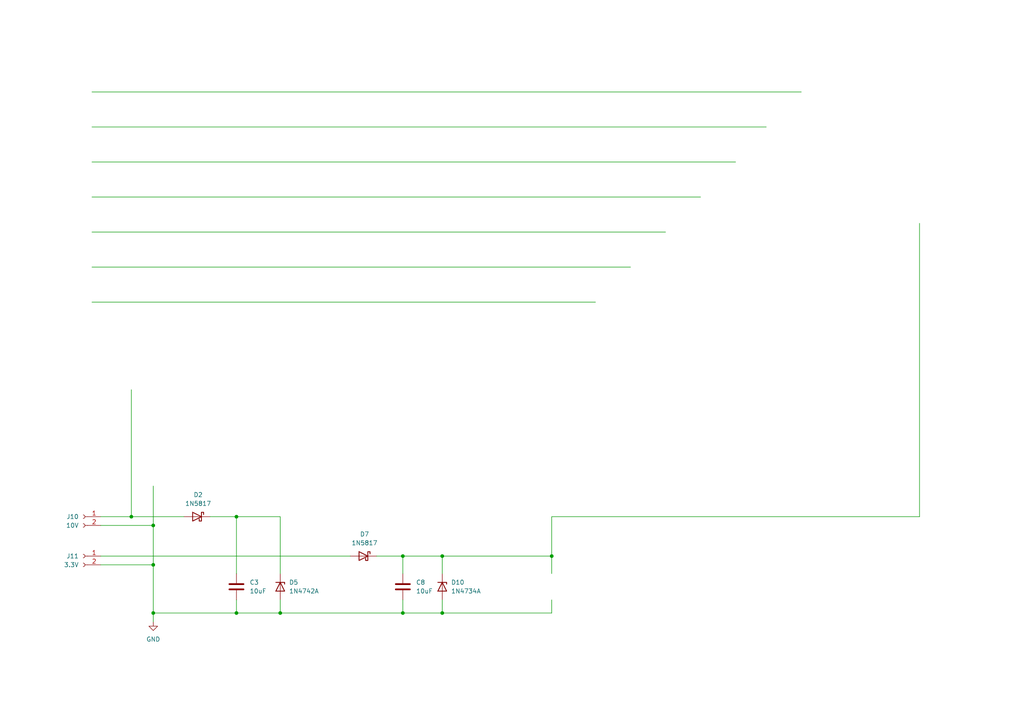
<source format=kicad_sch>
(kicad_sch (version 20231120) (generator "eeschema") (generator_version "8.0")
  (paper "A4")
  (lib_symbols
    (symbol "Connector:Conn_01x02_Socket" (pin_names (offset 1.016) hide)
      (property "Reference" "J" (at 0 2.54 0))
      (property "Value" "Conn_01x02_Socket" (at 0 -5.08 0))
      (symbol "Conn_01x02_Socket_1_1"
        (arc (start 0 -2.032) (mid -0.5058 -2.54) (end 0 -3.048) (stroke (width 0.1524)))
        (polyline (pts (xy -1.27 -2.54) (xy -0.508 -2.54)) (stroke (width 0.1524)))
        (polyline (pts (xy -1.27 0) (xy -0.508 0)) (stroke (width 0.1524)))
        (arc (start 0 0.508) (mid -0.5058 0) (end 0 -0.508) (stroke (width 0.1524)))
        (pin passive line (at -5.08 0 0) (length 3.81) (name "Pin_1") (number "1"))
        (pin passive line (at -5.08 -2.54 0) (length 3.81) (name "Pin_2") (number "2"))
      )
    )
    (symbol "Device:C" (pin_numbers hide) (pin_names (offset 0.254))
      (property "Reference" "C" (at 0.635 2.54 0))
      (property "Value" "C" (at 0.635 -2.54 0))
      (symbol "C_0_1"
        (polyline (pts (xy -2.032 -0.762) (xy 2.032 -0.762)) (stroke (width 0.508)))
        (polyline (pts (xy -2.032 0.762) (xy 2.032 0.762)) (stroke (width 0.508)))
      )
      (symbol "C_1_1"
        (pin passive line (at 0 3.81 270) (length 2.794) (name "~") (number "1"))
        (pin passive line (at 0 -3.81 90) (length 2.794) (name "~") (number "2"))
      )
    )
    (symbol "Diode:1N47xxA" (pin_numbers hide) (pin_names hide)
      (property "Reference" "D" (at 0 2.54 0))
      (property "Value" "1N47xxA" (at 0 -2.54 0))
      (symbol "1N47xxA_0_1"
        (polyline (pts (xy 1.27 0) (xy -1.27 0)))
        (polyline (pts (xy -1.27 -1.27) (xy -1.27 1.27) (xy -0.762 1.27)) (stroke (width 0.254)))
        (polyline (pts (xy 1.27 -1.27) (xy 1.27 1.27) (xy -1.27 0) (xy 1.27 -1.27)) (stroke (width 0.254)))
      )
      (symbol "1N47xxA_1_1"
        (pin passive line (at -3.81 0 0) (length 2.54) (name "K") (number "1"))
        (pin passive line (at 3.81 0 180) (length 2.54) (name "A") (number "2"))
      )
    )
    (symbol "Diode:1N5817" (pin_numbers hide) (pin_names (offset 1.016) hide)
      (property "Reference" "D" (at 0 2.54 0))
      (property "Value" "1N5817" (at 0 -2.54 0))
      (symbol "1N5817_0_1"
        (polyline (pts (xy 1.27 0) (xy -1.27 0)))
        (polyline (pts (xy 1.27 1.27) (xy 1.27 -1.27) (xy -1.27 0) (xy 1.27 1.27)) (stroke (width 0.254)))
        (polyline (pts (xy -1.905 0.635) (xy -1.905 1.27) (xy -1.27 1.27) (xy -1.27 -1.27) (xy -0.635 -1.27) (xy -0.635 -0.635)) (stroke (width 0.254)))
      )
      (symbol "1N5817_1_1"
        (pin passive line (at -3.81 0 0) (length 2.54) (name "K") (number "1"))
        (pin passive line (at 3.81 0 180) (length 2.54) (name "A") (number "2"))
      )
    )
    (symbol "power:GND" (power) (pin_numbers hide) (pin_names (offset 0) hide)
      (property "Value" "GND" (at 0 -3.81 0))
      (symbol "GND_0_1"
        (polyline (pts (xy 0 0) (xy 0 -1.27) (xy 1.27 -1.27) (xy 0 -2.54) (xy -1.27 -1.27) (xy 0 -1.27)))
      )
      (symbol "GND_1_1"
        (pin power_in line (at 0 0 270) (length 0) (name "~") (number "1"))
      )
    )
  )
  (junction (at 116.84 177.8))
  (junction (at 128.27 177.8))
  (junction (at 128.27 161.29))
  (junction (at 68.58 177.8))
  (junction (at 81.28 177.8))
  (junction (at 44.45 163.83))
  (junction (at 116.84 161.29))
  (junction (at 68.58 149.86))
  (junction (at 38.1 149.86))
  (junction (at 44.45 177.8))
  (junction (at 160.02 161.29))
  (junction (at 44.45 152.4))
  (wire (pts (xy 128.27 173.99) (xy 128.27 177.8)))
  (wire (pts (xy 160.02 173.99) (xy 160.02 177.8)))
  (wire (pts (xy 26.67 67.31) (xy 193.04 67.31)))
  (wire (pts (xy 128.27 161.29) (xy 116.84 161.29)))
  (wire (pts (xy 68.58 149.86) (xy 60.96 149.86)))
  (wire (pts (xy 26.67 57.15) (xy 203.2 57.15)))
  (wire (pts (xy 116.84 177.8) (xy 81.28 177.8)))
  (wire (pts (xy 68.58 173.99) (xy 68.58 177.8)))
  (wire (pts (xy 44.45 177.8) (xy 44.45 163.83)))
  (wire (pts (xy 53.34 149.86) (xy 38.1 149.86)))
  (wire (pts (xy 128.27 161.29) (xy 128.27 166.37)))
  (wire (pts (xy 81.28 177.8) (xy 68.58 177.8)))
  (wire (pts (xy 26.67 87.63) (xy 172.72 87.63)))
  (wire (pts (xy 29.21 163.83) (xy 44.45 163.83)))
  (wire (pts (xy 160.02 149.86) (xy 160.02 161.29)))
  (wire (pts (xy 81.28 166.37) (xy 81.28 149.86)))
  (wire (pts (xy 44.45 152.4) (xy 44.45 140.97)))
  (wire (pts (xy 116.84 166.37) (xy 116.84 161.29)))
  (wire (pts (xy 160.02 166.37) (xy 160.02 161.29)))
  (wire (pts (xy 26.67 26.67) (xy 232.41 26.67)))
  (wire (pts (xy 44.45 163.83) (xy 44.45 152.4)))
  (wire (pts (xy 160.02 161.29) (xy 128.27 161.29)))
  (wire (pts (xy 81.28 173.99) (xy 81.28 177.8)))
  (wire (pts (xy 68.58 166.37) (xy 68.58 149.86)))
  (wire (pts (xy 26.67 46.99) (xy 213.36 46.99)))
  (wire (pts (xy 29.21 149.86) (xy 38.1 149.86)))
  (wire (pts (xy 266.7 149.86) (xy 160.02 149.86)))
  (wire (pts (xy 160.02 177.8) (xy 128.27 177.8)))
  (wire (pts (xy 116.84 173.99) (xy 116.84 177.8)))
  (wire (pts (xy 266.7 64.77) (xy 266.7 149.86)))
  (wire (pts (xy 68.58 177.8) (xy 44.45 177.8)))
  (wire (pts (xy 29.21 152.4) (xy 44.45 152.4)))
  (wire (pts (xy 44.45 180.34) (xy 44.45 177.8)))
  (wire (pts (xy 101.6 161.29) (xy 29.21 161.29)))
  (wire (pts (xy 38.1 149.86) (xy 38.1 113.03)))
  (wire (pts (xy 128.27 177.8) (xy 116.84 177.8)))
  (wire (pts (xy 81.28 149.86) (xy 68.58 149.86)))
  (wire (pts (xy 116.84 161.29) (xy 109.22 161.29)))
  (wire (pts (xy 26.67 36.83) (xy 222.25 36.83)))
  (wire (pts (xy 26.67 77.47) (xy 182.88 77.47)))
  (symbol (lib_id "Diode:1N5817") (at 105.41 161.29 0) (mirror y) (unit 1)
    (property "Reference" "D7" (at 105.7275 154.94 0))
    (property "Value" "1N5817" (at 105.7275 157.48 0))
    (property "Footprint" "Diode_THT:D_DO-41_SOD81_P10.16mm_Horizontal" (effects (hide yes)))
    (property "Datasheet" "http://www.vishay.com/docs/88525/1n5817.pdf" (effects (hide yes)))
    (property "Description" "20V 1A Schottky Barrier Rectifier Diode, DO-41" (effects (hide yes)))
  )
  (symbol (lib_id "power:GND") (at 44.45 180.34 0) (unit 1)
    (property "Reference" "#PWR01" (effects (hide yes)))
    (property "Value" "GND" (at 44.45 185.42 0))
    (property "Description" "Power symbol creates a global label with name \"GND\" , ground" (effects (hide yes)))
  )
  (symbol (lib_id "Diode:1N47xxA") (at 128.27 170.18 270) (unit 1)
    (property "Reference" "D10" (at 130.81 168.9099 90) (effects (justify left)))
    (property "Value" "1N4734A" (at 130.81 171.4499 90) (effects (justify left)))
    (property "Footprint" "Diode_THT:D_DO-41_SOD81_P10.16mm_Horizontal" (effects (hide yes)))
    (property "Datasheet" "https://www.vishay.com/docs/85816/1n4728a.pdf" (effects (hide yes)))
    (property "Description" "1300mW Silicon planar power Zener diodes, DO-41" (effects (hide yes)))
  )
  (symbol (lib_id "Connector:Conn_01x02_Socket") (at 24.13 161.29 0) (mirror y) (unit 1)
    (property "Reference" "J11" (at 22.86 161.2899 0) (effects (justify left)))
    (property "Value" "3.3V" (at 22.86 163.8299 0) (effects (justify left)))
    (property "Description" "Generic connector, single row, 01x02, script generated" (effects (hide yes)))
  )
  (symbol (lib_id "Device:C") (at 116.84 170.18 0) (unit 1)
    (property "Reference" "C8" (at 120.65 168.9099 0) (effects (justify left)))
    (property "Value" "10uF" (at 120.65 171.4499 0) (effects (justify left)))
    (property "Description" "Unpolarized capacitor" (effects (hide yes)))
  )
  (symbol (lib_id "Connector:Conn_01x02_Socket") (at 24.13 149.86 0) (mirror y) (unit 1)
    (property "Reference" "J10" (at 22.86 149.8599 0) (effects (justify left)))
    (property "Value" "10V" (at 22.86 152.3999 0) (effects (justify left)))
    (property "Description" "Generic connector, single row, 01x02, script generated" (effects (hide yes)))
  )
  (symbol (lib_id "Diode:1N5817") (at 57.15 149.86 0) (mirror y) (unit 1)
    (property "Reference" "D2" (at 57.4675 143.51 0))
    (property "Value" "1N5817" (at 57.4675 146.05 0))
    (property "Footprint" "Diode_THT:D_DO-41_SOD81_P10.16mm_Horizontal" (effects (hide yes)))
    (property "Datasheet" "http://www.vishay.com/docs/88525/1n5817.pdf" (effects (hide yes)))
    (property "Description" "20V 1A Schottky Barrier Rectifier Diode, DO-41" (effects (hide yes)))
  )
  (symbol (lib_id "Diode:1N47xxA") (at 81.28 170.18 270) (unit 1)
    (property "Reference" "D5" (at 83.82 168.9099 90) (effects (justify left)))
    (property "Value" "1N4742A" (at 83.82 171.4499 90) (effects (justify left)))
    (property "Footprint" "Diode_THT:D_DO-41_SOD81_P10.16mm_Horizontal" (effects (hide yes)))
    (property "Datasheet" "https://www.vishay.com/docs/85816/1n4728a.pdf" (effects (hide yes)))
    (property "Description" "1300mW Silicon planar power Zener diodes, DO-41" (effects (hide yes)))
  )
  (symbol (lib_id "Device:C") (at 68.58 170.18 0) (unit 1)
    (property "Reference" "C3" (at 72.39 168.9099 0) (effects (justify left)))
    (property "Value" "10uF" (at 72.39 171.4499 0) (effects (justify left)))
    (property "Description" "Unpolarized capacitor" (effects (hide yes)))
  )
)
</source>
